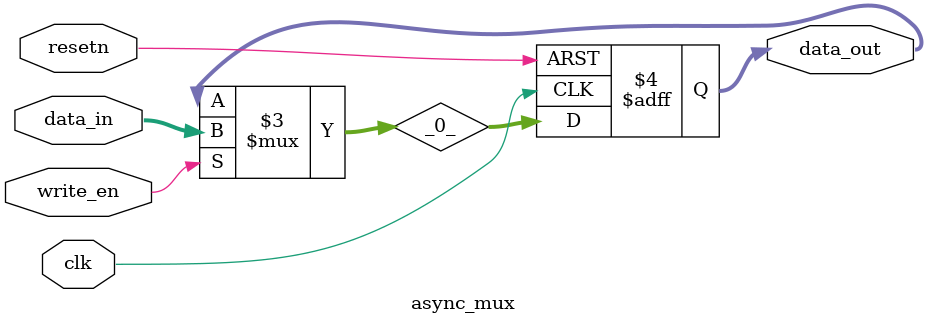
<source format=v>
/* Generated by Yosys 0.33 (git sha1 2584903a060) */

module async_mux(data_in, clk, resetn, write_en, data_out);
  wire [15:0] _0_;
  input clk;
  wire clk;
  input [15:0] data_in;
  wire [15:0] data_in;
  output [15:0] data_out;
  reg [15:0] data_out;
  input resetn;
  wire resetn;
  input write_en;
  wire write_en;
  always @(posedge clk, negedge resetn)
    if (!resetn) data_out <= 16'h0000;
    else data_out <= _0_;
  assign _0_ = write_en ? data_in : data_out;
endmodule

</source>
